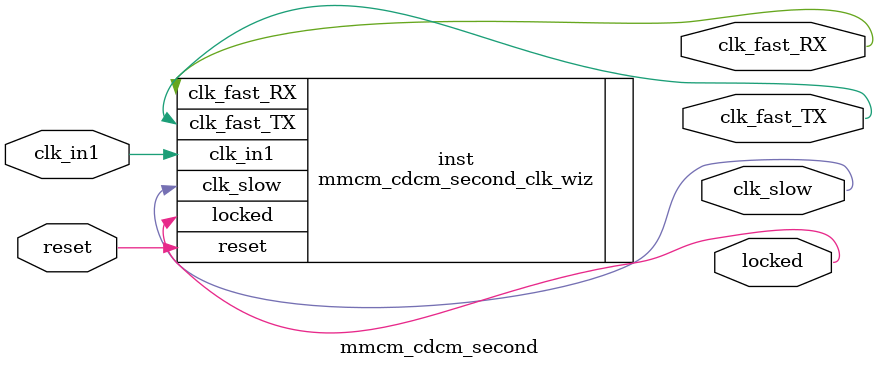
<source format=v>


`timescale 1ps/1ps

(* CORE_GENERATION_INFO = "mmcm_cdcm_second,clk_wiz_v6_0_12_0_0,{component_name=mmcm_cdcm_second,use_phase_alignment=true,use_min_o_jitter=false,use_max_i_jitter=false,use_dyn_phase_shift=false,use_inclk_switchover=false,use_dyn_reconfig=false,enable_axi=0,feedback_source=FDBK_AUTO,PRIMITIVE=MMCM,num_out_clk=3,clkin1_period=8.000,clkin2_period=10.000,use_power_down=false,use_reset=true,use_locked=true,use_inclk_stopped=false,feedback_type=SINGLE,CLOCK_MGR_TYPE=NA,manual_override=false}" *)

module mmcm_cdcm_second 
 (
  // Clock out ports
  output        clk_fast_TX,
  output        clk_fast_RX,
  output        clk_slow,
  // Status and control signals
  input         reset,
  output        locked,
 // Clock in ports
  input         clk_in1
 );

  mmcm_cdcm_second_clk_wiz inst
  (
  // Clock out ports  
  .clk_fast_TX(clk_fast_TX),
  .clk_fast_RX(clk_fast_RX),
  .clk_slow(clk_slow),
  // Status and control signals               
  .reset(reset), 
  .locked(locked),
 // Clock in ports
  .clk_in1(clk_in1)
  );

endmodule

</source>
